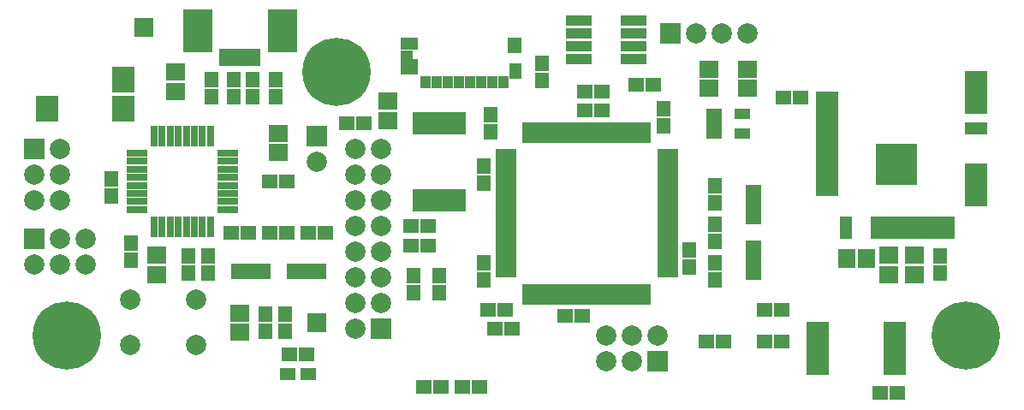
<source format=gts>
G04 #@! TF.GenerationSoftware,KiCad,Pcbnew,5.0.0-fee4fd1~65~ubuntu17.10.1*
G04 #@! TF.CreationDate,2018-08-24T06:20:42-04:00*
G04 #@! TF.ProjectId,motherboard,6D6F74686572626F6172642E6B696361,rev?*
G04 #@! TF.SameCoordinates,Original*
G04 #@! TF.FileFunction,Soldermask,Top*
G04 #@! TF.FilePolarity,Negative*
%FSLAX46Y46*%
G04 Gerber Fmt 4.6, Leading zero omitted, Abs format (unit mm)*
G04 Created by KiCad (PCBNEW 5.0.0-fee4fd1~65~ubuntu17.10.1) date Fri Aug 24 06:20:42 2018*
%MOMM*%
%LPD*%
G01*
G04 APERTURE LIST*
%ADD10R,0.900000X1.800000*%
%ADD11R,2.900000X4.200000*%
%ADD12R,2.200000X2.600000*%
%ADD13R,1.400000X1.500000*%
%ADD14R,1.500000X1.400000*%
%ADD15R,1.900000X1.700000*%
%ADD16R,0.750000X2.200000*%
%ADD17R,1.908000X1.908000*%
%ADD18R,2.000000X2.000000*%
%ADD19C,2.000000*%
%ADD20R,1.600000X1.050000*%
%ADD21R,2.305000X1.162000*%
%ADD22R,1.162000X2.305000*%
%ADD23R,4.100000X4.100000*%
%ADD24R,1.000000X1.300000*%
%ADD25R,1.700000X1.500000*%
%ADD26R,1.300000X1.000000*%
%ADD27R,1.700000X1.200000*%
%ADD28R,1.300000X1.500000*%
%ADD29R,1.450000X1.500000*%
%ADD30R,1.500000X1.200000*%
%ADD31C,6.750000*%
%ADD32R,2.000000X0.700000*%
%ADD33R,0.700000X2.000000*%
%ADD34R,2.600000X1.000000*%
%ADD35R,0.800000X2.000000*%
%ADD36R,2.000000X0.800000*%
%ADD37R,3.900000X1.600000*%
%ADD38R,1.600000X3.900000*%
%ADD39R,1.700000X1.900000*%
%ADD40R,2.200000X0.750000*%
G04 APERTURE END LIST*
D10*
G04 #@! TO.C,J2*
X130175000Y-89350000D03*
X129375000Y-89350000D03*
X130975000Y-89350000D03*
X131775000Y-89350000D03*
X128575000Y-89350000D03*
D11*
X125975000Y-86750000D03*
X134375000Y-86750000D03*
G04 #@! TD*
D12*
G04 #@! TO.C,J1*
X118665000Y-91550000D03*
X118665000Y-94450000D03*
X111065000Y-94450000D03*
G04 #@! TD*
D13*
G04 #@! TO.C,C26*
X154305000Y-101815000D03*
X154305000Y-100115000D03*
G04 #@! TD*
D14*
G04 #@! TO.C,R22*
X164250000Y-92710000D03*
X165950000Y-92710000D03*
G04 #@! TD*
G04 #@! TO.C,C25*
X164250000Y-94615000D03*
X165950000Y-94615000D03*
G04 #@! TD*
D15*
G04 #@! TO.C,L1*
X123825000Y-92707500D03*
X123825000Y-90807500D03*
G04 #@! TD*
D13*
G04 #@! TO.C,R8*
X177165000Y-107530000D03*
X177165000Y-105830000D03*
G04 #@! TD*
D14*
G04 #@! TO.C,R7*
X133135000Y-106680000D03*
X134835000Y-106680000D03*
G04 #@! TD*
D13*
G04 #@! TO.C,R5*
X117475000Y-103085000D03*
X117475000Y-101385000D03*
G04 #@! TD*
G04 #@! TO.C,R4*
X129540000Y-93242500D03*
X129540000Y-91542500D03*
G04 #@! TD*
D14*
G04 #@! TO.C,R2*
X155360000Y-116205000D03*
X157060000Y-116205000D03*
G04 #@! TD*
G04 #@! TO.C,R1*
X156425000Y-114300000D03*
X154725000Y-114300000D03*
G04 #@! TD*
D13*
G04 #@! TO.C,R3*
X131445000Y-91542500D03*
X131445000Y-93242500D03*
G04 #@! TD*
D16*
G04 #@! TO.C,U7*
X147585000Y-95895000D03*
X148235000Y-95895000D03*
X148885000Y-95895000D03*
X149535000Y-95895000D03*
X150185000Y-95895000D03*
X150835000Y-95895000D03*
X151485000Y-95895000D03*
X152135000Y-95895000D03*
X147585000Y-103495000D03*
X148235000Y-103495000D03*
X148885000Y-103495000D03*
X149535000Y-103495000D03*
X150185000Y-103495000D03*
X150835000Y-103495000D03*
X151485000Y-103495000D03*
X152135000Y-103495000D03*
G04 #@! TD*
D17*
G04 #@! TO.C,J12*
X120650000Y-86360000D03*
G04 #@! TD*
D18*
G04 #@! TO.C,J6*
X137795000Y-97155000D03*
D19*
X137795000Y-99695000D03*
G04 #@! TD*
D18*
G04 #@! TO.C,J10*
X109855000Y-98425000D03*
D19*
X112395000Y-98425000D03*
X109855000Y-100965000D03*
X112395000Y-100965000D03*
X109855000Y-103505000D03*
X112395000Y-103505000D03*
G04 #@! TD*
D15*
G04 #@! TO.C,C20*
X180340000Y-92390000D03*
X180340000Y-90490000D03*
G04 #@! TD*
G04 #@! TO.C,C19*
X176530000Y-90490000D03*
X176530000Y-92390000D03*
G04 #@! TD*
D20*
G04 #@! TO.C,U6*
X177035000Y-94935000D03*
X177035000Y-95885000D03*
X177035000Y-96835000D03*
X179835000Y-96835000D03*
X179835000Y-94935000D03*
G04 #@! TD*
D19*
G04 #@! TO.C,J7*
X166370000Y-116840000D03*
X166370000Y-119380000D03*
X168910000Y-116840000D03*
X168910000Y-119380000D03*
X171450000Y-116840000D03*
D18*
X171450000Y-119380000D03*
G04 #@! TD*
D19*
G04 #@! TO.C,SW1*
X125805000Y-113320000D03*
X119305000Y-113320000D03*
X119305000Y-117820000D03*
X125805000Y-117820000D03*
G04 #@! TD*
D21*
G04 #@! TO.C,U4*
X202946000Y-91313000D03*
X202946000Y-92329000D03*
X202946000Y-93345000D03*
X202946000Y-94361000D03*
X202946000Y-96393000D03*
X202946000Y-100457000D03*
X202946000Y-101473000D03*
X202946000Y-102489000D03*
X202946000Y-103505000D03*
D22*
X200279000Y-106172000D03*
X199263000Y-106172000D03*
X198247000Y-106172000D03*
X197231000Y-106172000D03*
X196215000Y-106172000D03*
X195199000Y-106172000D03*
X194183000Y-106172000D03*
X193167000Y-106172000D03*
X190119000Y-106172000D03*
D21*
X188214000Y-93345000D03*
X188214000Y-94361000D03*
X188214000Y-95377000D03*
X188214000Y-96393000D03*
X188214000Y-97409000D03*
X188214000Y-98425000D03*
X188214000Y-99441000D03*
X188214000Y-100457000D03*
X188214000Y-101473000D03*
X188214000Y-102489000D03*
D23*
X195097400Y-99898200D03*
G04 #@! TD*
D24*
G04 #@! TO.C,J5*
X148550000Y-91780000D03*
X149650000Y-91780000D03*
X150750000Y-91780000D03*
X151850000Y-91780000D03*
X152950000Y-91780000D03*
X154050000Y-91780000D03*
X155150000Y-91780000D03*
X156250000Y-91780000D03*
D25*
X146900000Y-90280000D03*
D26*
X146700000Y-89130000D03*
D27*
X146900000Y-87980000D03*
D28*
X157400000Y-90720000D03*
D29*
X157325000Y-88130000D03*
G04 #@! TD*
D13*
G04 #@! TO.C,C12*
X134620000Y-114720000D03*
X134620000Y-116420000D03*
G04 #@! TD*
D30*
G04 #@! TO.C,D1*
X136890000Y-120650000D03*
X134890000Y-120650000D03*
G04 #@! TD*
D19*
G04 #@! TO.C,J3*
X180340000Y-86995000D03*
X177800000Y-86995000D03*
X175260000Y-86995000D03*
D18*
X172720000Y-86995000D03*
G04 #@! TD*
D14*
G04 #@! TO.C,C1*
X138645000Y-106680000D03*
X136945000Y-106680000D03*
G04 #@! TD*
G04 #@! TO.C,C2*
X129325000Y-106680000D03*
X131025000Y-106680000D03*
G04 #@! TD*
G04 #@! TO.C,C3*
X134835000Y-101600000D03*
X133135000Y-101600000D03*
G04 #@! TD*
D15*
G04 #@! TO.C,C4*
X121920000Y-108905000D03*
X121920000Y-110805000D03*
G04 #@! TD*
D13*
G04 #@! TO.C,C5*
X125095000Y-109005000D03*
X125095000Y-110705000D03*
G04 #@! TD*
G04 #@! TO.C,C6*
X119380000Y-107735000D03*
X119380000Y-109435000D03*
G04 #@! TD*
G04 #@! TO.C,C7*
X177165000Y-111340000D03*
X177165000Y-109640000D03*
G04 #@! TD*
G04 #@! TO.C,C8*
X177165000Y-102020000D03*
X177165000Y-103720000D03*
G04 #@! TD*
D14*
G04 #@! TO.C,C9*
X193460000Y-122555000D03*
X195160000Y-122555000D03*
G04 #@! TD*
D13*
G04 #@! TO.C,C10*
X174625000Y-110070000D03*
X174625000Y-108370000D03*
G04 #@! TD*
D15*
G04 #@! TO.C,F1*
X133985000Y-98740000D03*
X133985000Y-96840000D03*
G04 #@! TD*
D31*
G04 #@! TO.C,H1*
X113030000Y-116840000D03*
G04 #@! TD*
G04 #@! TO.C,H2*
X201930000Y-116840000D03*
G04 #@! TD*
G04 #@! TO.C,H3*
X139700000Y-90805000D03*
G04 #@! TD*
D19*
G04 #@! TO.C,J4*
X114935000Y-109855000D03*
X114935000Y-107315000D03*
X112395000Y-109855000D03*
X112395000Y-107315000D03*
X109855000Y-109855000D03*
D18*
X109855000Y-107315000D03*
G04 #@! TD*
D19*
G04 #@! TO.C,J9*
X141605000Y-98425000D03*
X144145000Y-98425000D03*
X141605000Y-100965000D03*
X144145000Y-100965000D03*
X141605000Y-103505000D03*
X144145000Y-103505000D03*
X141605000Y-106045000D03*
X144145000Y-106045000D03*
X141605000Y-108585000D03*
X144145000Y-108585000D03*
X141605000Y-111125000D03*
X144145000Y-111125000D03*
X141605000Y-113665000D03*
X144145000Y-113665000D03*
X141605000Y-116205000D03*
D18*
X144145000Y-116205000D03*
G04 #@! TD*
D32*
G04 #@! TO.C,U1*
X156465000Y-110775000D03*
X156465000Y-110275000D03*
X156465000Y-109775000D03*
X156465000Y-109275000D03*
X156465000Y-108775000D03*
X156465000Y-108275000D03*
X156465000Y-107775000D03*
X156465000Y-107275000D03*
X156465000Y-106775000D03*
X156465000Y-106275000D03*
X156465000Y-105775000D03*
X156465000Y-105275000D03*
X156465000Y-104775000D03*
X156465000Y-104275000D03*
X156465000Y-103775000D03*
X156465000Y-103275000D03*
X156465000Y-102775000D03*
X156465000Y-102275000D03*
X156465000Y-101775000D03*
X156465000Y-101275000D03*
X156465000Y-100775000D03*
X156465000Y-100275000D03*
X156465000Y-99775000D03*
X156465000Y-99275000D03*
X156465000Y-98775000D03*
D33*
X158465000Y-96775000D03*
X158965000Y-96775000D03*
X159465000Y-96775000D03*
X159965000Y-96775000D03*
X160465000Y-96775000D03*
X160965000Y-96775000D03*
X161465000Y-96775000D03*
X161965000Y-96775000D03*
X162465000Y-96775000D03*
X162965000Y-96775000D03*
X163465000Y-96775000D03*
X163965000Y-96775000D03*
X164465000Y-96775000D03*
X164965000Y-96775000D03*
X165465000Y-96775000D03*
X165965000Y-96775000D03*
X166465000Y-96775000D03*
X166965000Y-96775000D03*
X167465000Y-96775000D03*
X167965000Y-96775000D03*
X168465000Y-96775000D03*
X168965000Y-96775000D03*
X169465000Y-96775000D03*
X169965000Y-96775000D03*
X170465000Y-96775000D03*
D32*
X172465000Y-98775000D03*
X172465000Y-99275000D03*
X172465000Y-99775000D03*
X172465000Y-100275000D03*
X172465000Y-100775000D03*
X172465000Y-101275000D03*
X172465000Y-101775000D03*
X172465000Y-102275000D03*
X172465000Y-102775000D03*
X172465000Y-103275000D03*
X172465000Y-103775000D03*
X172465000Y-104275000D03*
X172465000Y-104775000D03*
X172465000Y-105275000D03*
X172465000Y-105775000D03*
X172465000Y-106275000D03*
X172465000Y-106775000D03*
X172465000Y-107275000D03*
X172465000Y-107775000D03*
X172465000Y-108275000D03*
X172465000Y-108775000D03*
X172465000Y-109275000D03*
X172465000Y-109775000D03*
X172465000Y-110275000D03*
X172465000Y-110775000D03*
D33*
X170465000Y-112775000D03*
X169965000Y-112775000D03*
X169465000Y-112775000D03*
X168965000Y-112775000D03*
X168465000Y-112775000D03*
X167965000Y-112775000D03*
X167465000Y-112775000D03*
X166965000Y-112775000D03*
X166465000Y-112775000D03*
X165965000Y-112775000D03*
X165465000Y-112775000D03*
X164965000Y-112775000D03*
X164465000Y-112775000D03*
X163965000Y-112775000D03*
X163465000Y-112775000D03*
X162965000Y-112775000D03*
X162465000Y-112775000D03*
X161965000Y-112775000D03*
X161465000Y-112775000D03*
X160965000Y-112775000D03*
X160465000Y-112775000D03*
X159965000Y-112775000D03*
X159465000Y-112775000D03*
X158965000Y-112775000D03*
X158465000Y-112775000D03*
G04 #@! TD*
D34*
G04 #@! TO.C,U2*
X169070000Y-89535000D03*
X169070000Y-88265000D03*
X169070000Y-85725000D03*
X163670000Y-89535000D03*
X163670000Y-88265000D03*
X163670000Y-85725000D03*
X169070000Y-86995000D03*
X163670000Y-86995000D03*
G04 #@! TD*
D35*
G04 #@! TO.C,U3*
X127260000Y-106100000D03*
X126460000Y-106100000D03*
X125660000Y-106100000D03*
X124860000Y-106100000D03*
X124060000Y-106100000D03*
X123260000Y-106100000D03*
X122460000Y-106100000D03*
X121660000Y-106100000D03*
D36*
X119960000Y-104400000D03*
X119960000Y-103600000D03*
X119960000Y-102800000D03*
X119960000Y-102000000D03*
X119960000Y-101200000D03*
X119960000Y-100400000D03*
X119960000Y-99600000D03*
X119960000Y-98800000D03*
D35*
X121660000Y-97100000D03*
X122460000Y-97100000D03*
X123260000Y-97100000D03*
X124060000Y-97100000D03*
X124860000Y-97100000D03*
X125660000Y-97100000D03*
X126460000Y-97100000D03*
X127260000Y-97100000D03*
D36*
X128960000Y-98800000D03*
X128960000Y-99600000D03*
X128960000Y-100400000D03*
X128960000Y-101200000D03*
X128960000Y-102000000D03*
X128960000Y-102800000D03*
X128960000Y-103600000D03*
X128960000Y-104400000D03*
G04 #@! TD*
D37*
G04 #@! TO.C,Y1*
X136735000Y-110490000D03*
X131235000Y-110490000D03*
G04 #@! TD*
D38*
G04 #@! TO.C,Y2*
X180975000Y-109430000D03*
X180975000Y-103930000D03*
G04 #@! TD*
D13*
G04 #@! TO.C,Z1*
X133667500Y-91542500D03*
X133667500Y-93242500D03*
G04 #@! TD*
G04 #@! TO.C,Z2*
X127317500Y-91542500D03*
X127317500Y-93242500D03*
G04 #@! TD*
D17*
G04 #@! TO.C,J11*
X137795000Y-115570000D03*
G04 #@! TD*
D14*
G04 #@! TO.C,R10*
X183935000Y-93345000D03*
X185635000Y-93345000D03*
G04 #@! TD*
D13*
G04 #@! TO.C,C11*
X127000000Y-110705000D03*
X127000000Y-109005000D03*
G04 #@! TD*
D15*
G04 #@! TO.C,C13*
X130175000Y-114620000D03*
X130175000Y-116520000D03*
G04 #@! TD*
D14*
G04 #@! TO.C,R6*
X135040000Y-118745000D03*
X136740000Y-118745000D03*
G04 #@! TD*
D13*
G04 #@! TO.C,R9*
X132715000Y-116420000D03*
X132715000Y-114720000D03*
G04 #@! TD*
G04 #@! TO.C,C14*
X160020000Y-89955000D03*
X160020000Y-91655000D03*
G04 #@! TD*
D14*
G04 #@! TO.C,R11*
X171030000Y-92075000D03*
X169330000Y-92075000D03*
G04 #@! TD*
D13*
G04 #@! TO.C,C15*
X199390000Y-109005000D03*
X199390000Y-110705000D03*
G04 #@! TD*
D15*
G04 #@! TO.C,C16*
X194310000Y-110805000D03*
X194310000Y-108905000D03*
G04 #@! TD*
G04 #@! TO.C,C18*
X196850000Y-108905000D03*
X196850000Y-110805000D03*
G04 #@! TD*
D14*
G04 #@! TO.C,R12*
X176315000Y-117475000D03*
X178015000Y-117475000D03*
G04 #@! TD*
G04 #@! TO.C,R13*
X182030000Y-114300000D03*
X183730000Y-114300000D03*
G04 #@! TD*
G04 #@! TO.C,R14*
X183730000Y-117475000D03*
X182030000Y-117475000D03*
G04 #@! TD*
D39*
G04 #@! TO.C,C17*
X192085000Y-109220000D03*
X190185000Y-109220000D03*
G04 #@! TD*
D15*
G04 #@! TO.C,C21*
X144780000Y-95565000D03*
X144780000Y-93665000D03*
G04 #@! TD*
D14*
G04 #@! TO.C,R15*
X147105000Y-107950000D03*
X148805000Y-107950000D03*
G04 #@! TD*
G04 #@! TO.C,R16*
X142455000Y-95885000D03*
X140755000Y-95885000D03*
G04 #@! TD*
G04 #@! TO.C,R17*
X147105000Y-106045000D03*
X148805000Y-106045000D03*
G04 #@! TD*
G04 #@! TO.C,R18*
X153885000Y-121920000D03*
X152185000Y-121920000D03*
G04 #@! TD*
D13*
G04 #@! TO.C,R19*
X172085000Y-94400000D03*
X172085000Y-96100000D03*
G04 #@! TD*
G04 #@! TO.C,R20*
X147320000Y-110910000D03*
X147320000Y-112610000D03*
G04 #@! TD*
G04 #@! TO.C,R21*
X149860000Y-112610000D03*
X149860000Y-110910000D03*
G04 #@! TD*
D14*
G04 #@! TO.C,C22*
X164045000Y-114935000D03*
X162345000Y-114935000D03*
G04 #@! TD*
D13*
G04 #@! TO.C,C23*
X154305000Y-109640000D03*
X154305000Y-111340000D03*
G04 #@! TD*
D14*
G04 #@! TO.C,C24*
X148375000Y-121920000D03*
X150075000Y-121920000D03*
G04 #@! TD*
D13*
G04 #@! TO.C,C27*
X154940000Y-95035000D03*
X154940000Y-96735000D03*
G04 #@! TD*
D40*
G04 #@! TO.C,U5*
X187335000Y-120385000D03*
X187335000Y-119735000D03*
X187335000Y-119085000D03*
X187335000Y-118435000D03*
X187335000Y-117785000D03*
X187335000Y-117135000D03*
X187335000Y-116485000D03*
X187335000Y-115835000D03*
X194935000Y-120385000D03*
X194935000Y-119735000D03*
X194935000Y-119085000D03*
X194935000Y-118435000D03*
X194935000Y-117785000D03*
X194935000Y-117135000D03*
X194935000Y-116485000D03*
X194935000Y-115835000D03*
G04 #@! TD*
M02*

</source>
